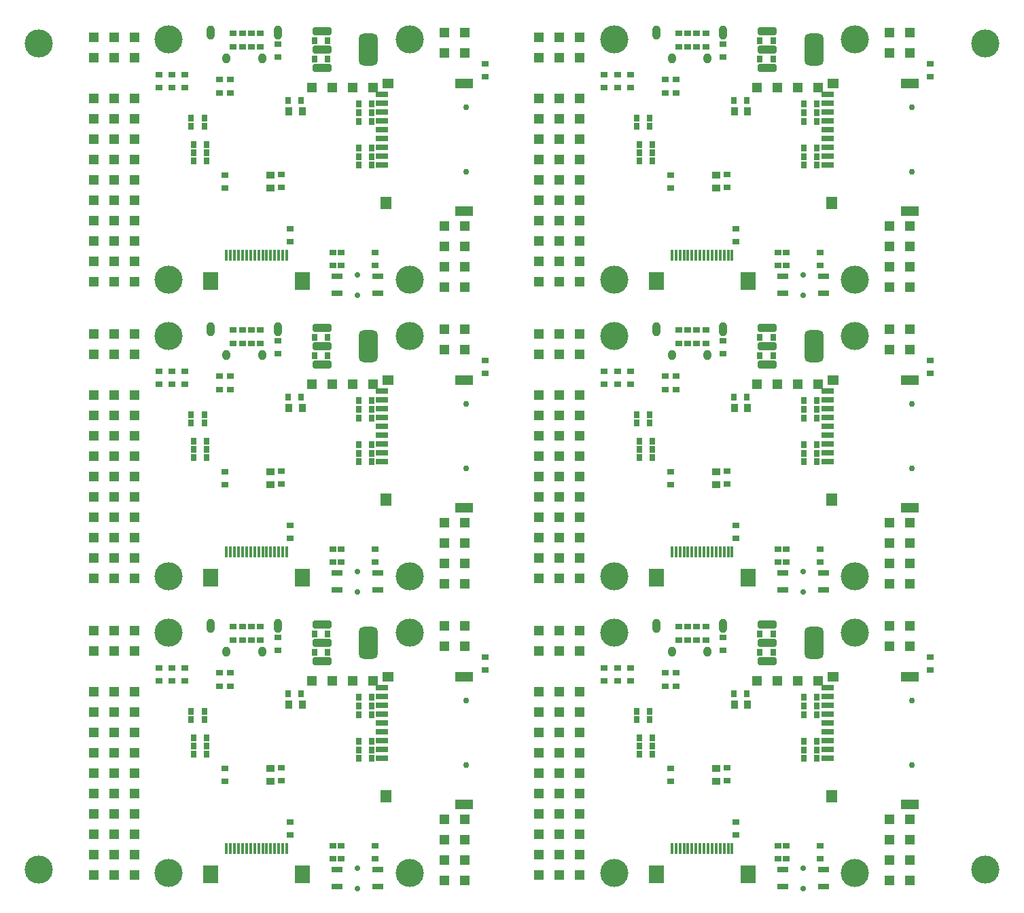
<source format=gbs>
%FSLAX25Y25*%
%MOIN*%
G70*
G01*
G75*
G04 Layer_Color=16711935*
%ADD10C,0.04000*%
%ADD11C,0.04000*%
%ADD12R,0.04000X0.02800*%
%ADD13R,0.05400X0.04000*%
%ADD14C,0.02800*%
%ADD15O,0.01181X0.06496*%
%ADD16O,0.06496X0.01181*%
%ADD17R,0.09000X0.07000*%
%ADD18R,0.10000X0.03600*%
%ADD19R,0.05200X0.06000*%
%ADD20R,0.06000X0.09600*%
%ADD21R,0.03400X0.02800*%
%ADD22R,0.07000X0.04000*%
%ADD23R,0.01575X0.06400*%
%ADD24R,0.05512X0.03150*%
%ADD25C,0.01000*%
%ADD26C,0.02400*%
%ADD27C,0.02000*%
%ADD28C,0.01400*%
%ADD29C,0.01200*%
%ADD30C,0.01600*%
%ADD31C,0.00600*%
%ADD32C,0.13780*%
%ADD33R,0.05000X0.05000*%
%ADD34R,0.05000X0.05000*%
%ADD35C,0.03000*%
%ADD36O,0.04000X0.05000*%
%ADD37O,0.04000X0.07000*%
%ADD38C,0.02756*%
%ADD39C,0.02400*%
G04:AMPARAMS|DCode=40|XSize=157.48mil|YSize=94.49mil|CornerRadius=23.62mil|HoleSize=0mil|Usage=FLASHONLY|Rotation=270.000|XOffset=0mil|YOffset=0mil|HoleType=Round|Shape=RoundedRectangle|*
%AMROUNDEDRECTD40*
21,1,0.15748,0.04724,0,0,270.0*
21,1,0.11024,0.09449,0,0,270.0*
1,1,0.04724,-0.02362,-0.05512*
1,1,0.04724,-0.02362,0.05512*
1,1,0.04724,0.02362,0.05512*
1,1,0.04724,0.02362,-0.05512*
%
%ADD40ROUNDEDRECTD40*%
G04:AMPARAMS|DCode=41|XSize=37.4mil|YSize=94.49mil|CornerRadius=9.35mil|HoleSize=0mil|Usage=FLASHONLY|Rotation=270.000|XOffset=0mil|YOffset=0mil|HoleType=Round|Shape=RoundedRectangle|*
%AMROUNDEDRECTD41*
21,1,0.03740,0.07579,0,0,270.0*
21,1,0.01870,0.09449,0,0,270.0*
1,1,0.01870,-0.03789,-0.00935*
1,1,0.01870,-0.03789,0.00935*
1,1,0.01870,0.03789,0.00935*
1,1,0.01870,0.03789,-0.00935*
%
%ADD41ROUNDEDRECTD41*%
%ADD42R,0.01000X0.05000*%
%ADD43R,0.07200X0.08600*%
%ADD44R,0.02800X0.03400*%
%ADD45R,0.04400X0.03600*%
%ADD46R,0.03600X0.04400*%
%ADD47R,0.05600X0.04800*%
%ADD48R,0.06200X0.02800*%
%ADD49R,0.08600X0.04800*%
%ADD50R,0.05600X0.06200*%
%ADD51C,0.03000*%
%ADD52C,0.01900*%
%ADD53C,0.03800*%
%ADD54C,0.04500*%
%ADD55C,0.00022*%
%ADD56C,0.00787*%
%ADD57C,0.00800*%
%ADD58C,0.00500*%
%ADD59R,0.08500X0.02200*%
%ADD60R,0.03400X0.00600*%
%ADD61C,0.05000*%
%ADD62R,0.04200X0.03000*%
%ADD63R,0.05600X0.04200*%
%ADD64R,0.10200X0.03800*%
%ADD65R,0.05400X0.06200*%
%ADD66R,0.01200X0.05200*%
%ADD67R,0.07400X0.08800*%
D21*
X131111Y121166D02*
D03*
Y127566D02*
D03*
X133011Y63766D02*
D03*
Y57366D02*
D03*
X105411Y63266D02*
D03*
Y56866D02*
D03*
X162211Y19066D02*
D03*
Y25466D02*
D03*
X102611Y103766D02*
D03*
Y110166D02*
D03*
X232811Y117966D02*
D03*
Y111566D02*
D03*
X108011Y103766D02*
D03*
Y110166D02*
D03*
X137311Y30566D02*
D03*
Y36966D02*
D03*
X178911Y19066D02*
D03*
Y25466D02*
D03*
X72911Y112566D02*
D03*
Y106166D02*
D03*
X79311Y112566D02*
D03*
Y106166D02*
D03*
X85711Y112566D02*
D03*
Y106166D02*
D03*
X109411Y126466D02*
D03*
Y132866D02*
D03*
X118211D02*
D03*
Y126466D02*
D03*
X113811Y132866D02*
D03*
Y126466D02*
D03*
X122611Y132866D02*
D03*
Y126466D02*
D03*
X158211Y19066D02*
D03*
Y25466D02*
D03*
X349615Y121166D02*
D03*
Y127566D02*
D03*
X351515Y63766D02*
D03*
Y57366D02*
D03*
X323915Y63266D02*
D03*
Y56866D02*
D03*
X380715Y19066D02*
D03*
Y25466D02*
D03*
X321115Y103766D02*
D03*
Y110166D02*
D03*
X451315Y117966D02*
D03*
Y111566D02*
D03*
X326515Y103766D02*
D03*
Y110166D02*
D03*
X355815Y30566D02*
D03*
Y36966D02*
D03*
X397415Y19066D02*
D03*
Y25466D02*
D03*
X291415Y112566D02*
D03*
Y106166D02*
D03*
X297815Y112566D02*
D03*
Y106166D02*
D03*
X304215Y112566D02*
D03*
Y106166D02*
D03*
X327915Y126466D02*
D03*
Y132866D02*
D03*
X336715D02*
D03*
Y126466D02*
D03*
X332315Y132866D02*
D03*
Y126466D02*
D03*
X341115Y132866D02*
D03*
Y126466D02*
D03*
X376715Y19066D02*
D03*
Y25466D02*
D03*
X131111Y266835D02*
D03*
Y273236D02*
D03*
X133011Y209436D02*
D03*
Y203035D02*
D03*
X105411Y208935D02*
D03*
Y202536D02*
D03*
X162211Y164735D02*
D03*
Y171135D02*
D03*
X102611Y249435D02*
D03*
Y255836D02*
D03*
X232811Y263635D02*
D03*
Y257236D02*
D03*
X108011Y249435D02*
D03*
Y255836D02*
D03*
X137311Y176235D02*
D03*
Y182635D02*
D03*
X178911Y164735D02*
D03*
Y171135D02*
D03*
X72911Y258236D02*
D03*
Y251835D02*
D03*
X79311Y258236D02*
D03*
Y251835D02*
D03*
X85711Y258236D02*
D03*
Y251835D02*
D03*
X109411Y272135D02*
D03*
Y278536D02*
D03*
X118211D02*
D03*
Y272135D02*
D03*
X113811Y278536D02*
D03*
Y272135D02*
D03*
X122611Y278536D02*
D03*
Y272135D02*
D03*
X158211Y164735D02*
D03*
Y171135D02*
D03*
X349615Y266835D02*
D03*
Y273236D02*
D03*
X351515Y209436D02*
D03*
Y203035D02*
D03*
X323915Y208935D02*
D03*
Y202536D02*
D03*
X380715Y164735D02*
D03*
Y171135D02*
D03*
X321115Y249435D02*
D03*
Y255836D02*
D03*
X451315Y263635D02*
D03*
Y257236D02*
D03*
X326515Y249435D02*
D03*
Y255836D02*
D03*
X355815Y176235D02*
D03*
Y182635D02*
D03*
X397415Y164735D02*
D03*
Y171135D02*
D03*
X291415Y258236D02*
D03*
Y251835D02*
D03*
X297815Y258236D02*
D03*
Y251835D02*
D03*
X304215Y258236D02*
D03*
Y251835D02*
D03*
X327915Y272135D02*
D03*
Y278536D02*
D03*
X336715D02*
D03*
Y272135D02*
D03*
X332315Y278536D02*
D03*
Y272135D02*
D03*
X341115Y278536D02*
D03*
Y272135D02*
D03*
X376715Y164735D02*
D03*
Y171135D02*
D03*
X131111Y412505D02*
D03*
Y418905D02*
D03*
X133011Y355105D02*
D03*
Y348705D02*
D03*
X105411Y354605D02*
D03*
Y348205D02*
D03*
X162211Y310405D02*
D03*
Y316805D02*
D03*
X102611Y395105D02*
D03*
Y401505D02*
D03*
X232811Y409305D02*
D03*
Y402905D02*
D03*
X108011Y395105D02*
D03*
Y401505D02*
D03*
X137311Y321905D02*
D03*
Y328305D02*
D03*
X178911Y310405D02*
D03*
Y316805D02*
D03*
X72911Y403905D02*
D03*
Y397505D02*
D03*
X79311Y403905D02*
D03*
Y397505D02*
D03*
X85711Y403905D02*
D03*
Y397505D02*
D03*
X109411Y417805D02*
D03*
Y424205D02*
D03*
X118211D02*
D03*
Y417805D02*
D03*
X113811Y424205D02*
D03*
Y417805D02*
D03*
X122611Y424205D02*
D03*
Y417805D02*
D03*
X158211Y310405D02*
D03*
Y316805D02*
D03*
X349615Y412505D02*
D03*
Y418905D02*
D03*
X351515Y355105D02*
D03*
Y348705D02*
D03*
X323915Y354605D02*
D03*
Y348205D02*
D03*
X380715Y310405D02*
D03*
Y316805D02*
D03*
X321115Y395105D02*
D03*
Y401505D02*
D03*
X451315Y409305D02*
D03*
Y402905D02*
D03*
X326515Y395105D02*
D03*
Y401505D02*
D03*
X355815Y321905D02*
D03*
Y328305D02*
D03*
X397415Y310405D02*
D03*
Y316805D02*
D03*
X291415Y403905D02*
D03*
Y397505D02*
D03*
X297815Y403905D02*
D03*
Y397505D02*
D03*
X304215Y403905D02*
D03*
Y397505D02*
D03*
X327915Y417805D02*
D03*
Y424205D02*
D03*
X336715D02*
D03*
Y417805D02*
D03*
X332315Y424205D02*
D03*
Y417805D02*
D03*
X341115Y424205D02*
D03*
Y417805D02*
D03*
X376715Y310405D02*
D03*
Y316805D02*
D03*
D24*
X180311Y5157D02*
D03*
X160311D02*
D03*
X180311Y13576D02*
D03*
X160311D02*
D03*
X398815Y5157D02*
D03*
X378815D02*
D03*
X398815Y13576D02*
D03*
X378815D02*
D03*
X180311Y150826D02*
D03*
X160311D02*
D03*
X180311Y159245D02*
D03*
X160311D02*
D03*
X398815Y150826D02*
D03*
X378815D02*
D03*
X398815Y159245D02*
D03*
X378815D02*
D03*
X180311Y296495D02*
D03*
X160311D02*
D03*
X180311Y304914D02*
D03*
X160311D02*
D03*
X398815Y296495D02*
D03*
X378815D02*
D03*
X398815Y304914D02*
D03*
X378815D02*
D03*
D32*
X13780Y419291D02*
D03*
Y13780D02*
D03*
X478347Y13780D02*
D03*
X478346Y419291D02*
D03*
X195866Y129921D02*
D03*
Y11811D02*
D03*
X77756D02*
D03*
Y129921D02*
D03*
X414370D02*
D03*
Y11811D02*
D03*
X296260D02*
D03*
Y129921D02*
D03*
X195866Y275591D02*
D03*
Y157480D02*
D03*
X77756D02*
D03*
Y275591D02*
D03*
X414370D02*
D03*
Y157480D02*
D03*
X296260D02*
D03*
Y275591D02*
D03*
X195866Y421260D02*
D03*
Y303150D02*
D03*
X77756D02*
D03*
Y421260D02*
D03*
X414370D02*
D03*
Y303150D02*
D03*
X296260D02*
D03*
Y421260D02*
D03*
D33*
X212811Y8366D02*
D03*
X222811D02*
D03*
X212811Y28366D02*
D03*
X222811Y38366D02*
D03*
X212811D02*
D03*
X222811Y28366D02*
D03*
Y18366D02*
D03*
X212811D02*
D03*
X222811Y123366D02*
D03*
X212811Y133366D02*
D03*
X222811D02*
D03*
X212811Y123366D02*
D03*
X431315Y8366D02*
D03*
X441315D02*
D03*
X431315Y28366D02*
D03*
X441315Y38366D02*
D03*
X431315D02*
D03*
X441315Y28366D02*
D03*
Y18366D02*
D03*
X431315D02*
D03*
X441315Y123366D02*
D03*
X431315Y133366D02*
D03*
X441315D02*
D03*
X431315Y123366D02*
D03*
X212811Y154035D02*
D03*
X222811D02*
D03*
X212811Y174036D02*
D03*
X222811Y184036D02*
D03*
X212811D02*
D03*
X222811Y174036D02*
D03*
Y164035D02*
D03*
X212811D02*
D03*
X222811Y269036D02*
D03*
X212811Y279035D02*
D03*
X222811D02*
D03*
X212811Y269036D02*
D03*
X431315Y154035D02*
D03*
X441315D02*
D03*
X431315Y174036D02*
D03*
X441315Y184036D02*
D03*
X431315D02*
D03*
X441315Y174036D02*
D03*
Y164035D02*
D03*
X431315D02*
D03*
X441315Y269036D02*
D03*
X431315Y279035D02*
D03*
X441315D02*
D03*
X431315Y269036D02*
D03*
X212811Y299705D02*
D03*
X222811D02*
D03*
X212811Y319705D02*
D03*
X222811Y329705D02*
D03*
X212811D02*
D03*
X222811Y319705D02*
D03*
Y309705D02*
D03*
X212811D02*
D03*
X222811Y414705D02*
D03*
X212811Y424705D02*
D03*
X222811D02*
D03*
X212811Y414705D02*
D03*
X431315Y299705D02*
D03*
X441315D02*
D03*
X431315Y319705D02*
D03*
X441315Y329705D02*
D03*
X431315D02*
D03*
X441315Y319705D02*
D03*
Y309705D02*
D03*
X431315D02*
D03*
X441315Y414705D02*
D03*
X431315Y424705D02*
D03*
X441315D02*
D03*
X431315Y414705D02*
D03*
D34*
X50811Y100866D02*
D03*
X60811Y90866D02*
D03*
Y100866D02*
D03*
X50811Y90866D02*
D03*
X40811D02*
D03*
X40811Y100866D02*
D03*
Y80866D02*
D03*
X40811Y70866D02*
D03*
X50811D02*
D03*
X60811Y80866D02*
D03*
Y70866D02*
D03*
X50811Y80866D02*
D03*
X40811Y50866D02*
D03*
X40811Y40866D02*
D03*
X50811D02*
D03*
X60811Y50866D02*
D03*
Y40866D02*
D03*
X50811Y50866D02*
D03*
Y60866D02*
D03*
X60811D02*
D03*
X40811D02*
D03*
Y20866D02*
D03*
X40811Y10866D02*
D03*
X50811D02*
D03*
X60811Y20866D02*
D03*
Y10866D02*
D03*
X50811Y20866D02*
D03*
Y30866D02*
D03*
X60811D02*
D03*
X40811D02*
D03*
Y130866D02*
D03*
X40811Y120866D02*
D03*
X50811D02*
D03*
X60811Y130866D02*
D03*
Y120866D02*
D03*
X50811Y130866D02*
D03*
X167811Y106366D02*
D03*
X157811D02*
D03*
X147811D02*
D03*
X177811D02*
D03*
X269315Y100866D02*
D03*
X279315Y90866D02*
D03*
Y100866D02*
D03*
X269315Y90866D02*
D03*
X259315D02*
D03*
X259315Y100866D02*
D03*
Y80866D02*
D03*
X259315Y70866D02*
D03*
X269315D02*
D03*
X279315Y80866D02*
D03*
Y70866D02*
D03*
X269315Y80866D02*
D03*
X259315Y50866D02*
D03*
X259315Y40866D02*
D03*
X269315D02*
D03*
X279315Y50866D02*
D03*
Y40866D02*
D03*
X269315Y50866D02*
D03*
Y60866D02*
D03*
X279315D02*
D03*
X259315D02*
D03*
Y20866D02*
D03*
X259315Y10866D02*
D03*
X269315D02*
D03*
X279315Y20866D02*
D03*
Y10866D02*
D03*
X269315Y20866D02*
D03*
Y30866D02*
D03*
X279315D02*
D03*
X259315D02*
D03*
Y130866D02*
D03*
X259315Y120866D02*
D03*
X269315D02*
D03*
X279315Y130866D02*
D03*
Y120866D02*
D03*
X269315Y130866D02*
D03*
X386315Y106366D02*
D03*
X376315D02*
D03*
X366315D02*
D03*
X396315D02*
D03*
X50811Y246535D02*
D03*
X60811Y236536D02*
D03*
Y246535D02*
D03*
X50811Y236536D02*
D03*
X40811D02*
D03*
X40811Y246535D02*
D03*
Y226536D02*
D03*
X40811Y216535D02*
D03*
X50811D02*
D03*
X60811Y226536D02*
D03*
Y216535D02*
D03*
X50811Y226536D02*
D03*
X40811Y196536D02*
D03*
X40811Y186536D02*
D03*
X50811D02*
D03*
X60811Y196536D02*
D03*
Y186536D02*
D03*
X50811Y196536D02*
D03*
Y206536D02*
D03*
X60811D02*
D03*
X40811D02*
D03*
Y166535D02*
D03*
X40811Y156535D02*
D03*
X50811D02*
D03*
X60811Y166535D02*
D03*
Y156535D02*
D03*
X50811Y166535D02*
D03*
Y176535D02*
D03*
X60811D02*
D03*
X40811D02*
D03*
Y276536D02*
D03*
X40811Y266535D02*
D03*
X50811D02*
D03*
X60811Y276536D02*
D03*
Y266535D02*
D03*
X50811Y276536D02*
D03*
X167811Y252035D02*
D03*
X157811D02*
D03*
X147811D02*
D03*
X177811D02*
D03*
X269315Y246535D02*
D03*
X279315Y236536D02*
D03*
Y246535D02*
D03*
X269315Y236536D02*
D03*
X259315D02*
D03*
X259315Y246535D02*
D03*
Y226536D02*
D03*
X259315Y216535D02*
D03*
X269315D02*
D03*
X279315Y226536D02*
D03*
Y216535D02*
D03*
X269315Y226536D02*
D03*
X259315Y196536D02*
D03*
X259315Y186536D02*
D03*
X269315D02*
D03*
X279315Y196536D02*
D03*
Y186536D02*
D03*
X269315Y196536D02*
D03*
Y206536D02*
D03*
X279315D02*
D03*
X259315D02*
D03*
Y166535D02*
D03*
X259315Y156535D02*
D03*
X269315D02*
D03*
X279315Y166535D02*
D03*
Y156535D02*
D03*
X269315Y166535D02*
D03*
Y176535D02*
D03*
X279315D02*
D03*
X259315D02*
D03*
Y276536D02*
D03*
X259315Y266535D02*
D03*
X269315D02*
D03*
X279315Y276536D02*
D03*
Y266535D02*
D03*
X269315Y276536D02*
D03*
X386315Y252035D02*
D03*
X376315D02*
D03*
X366315D02*
D03*
X396315D02*
D03*
X50811Y392205D02*
D03*
X60811Y382205D02*
D03*
Y392205D02*
D03*
X50811Y382205D02*
D03*
X40811D02*
D03*
X40811Y392205D02*
D03*
Y372205D02*
D03*
X40811Y362205D02*
D03*
X50811D02*
D03*
X60811Y372205D02*
D03*
Y362205D02*
D03*
X50811Y372205D02*
D03*
X40811Y342205D02*
D03*
X40811Y332205D02*
D03*
X50811D02*
D03*
X60811Y342205D02*
D03*
Y332205D02*
D03*
X50811Y342205D02*
D03*
Y352205D02*
D03*
X60811D02*
D03*
X40811D02*
D03*
Y312205D02*
D03*
X40811Y302205D02*
D03*
X50811D02*
D03*
X60811Y312205D02*
D03*
Y302205D02*
D03*
X50811Y312205D02*
D03*
Y322205D02*
D03*
X60811D02*
D03*
X40811D02*
D03*
Y422205D02*
D03*
X40811Y412205D02*
D03*
X50811D02*
D03*
X60811Y422205D02*
D03*
Y412205D02*
D03*
X50811Y422205D02*
D03*
X167811Y397705D02*
D03*
X157811D02*
D03*
X147811D02*
D03*
X177811D02*
D03*
X269315Y392205D02*
D03*
X279315Y382205D02*
D03*
Y392205D02*
D03*
X269315Y382205D02*
D03*
X259315D02*
D03*
X259315Y392205D02*
D03*
Y372205D02*
D03*
X259315Y362205D02*
D03*
X269315D02*
D03*
X279315Y372205D02*
D03*
Y362205D02*
D03*
X269315Y372205D02*
D03*
X259315Y342205D02*
D03*
X259315Y332205D02*
D03*
X269315D02*
D03*
X279315Y342205D02*
D03*
Y332205D02*
D03*
X269315Y342205D02*
D03*
Y352205D02*
D03*
X279315D02*
D03*
X259315D02*
D03*
Y312205D02*
D03*
X259315Y302205D02*
D03*
X269315D02*
D03*
X279315Y312205D02*
D03*
Y302205D02*
D03*
X269315Y312205D02*
D03*
Y322205D02*
D03*
X279315D02*
D03*
X259315D02*
D03*
Y422205D02*
D03*
X259315Y412205D02*
D03*
X269315D02*
D03*
X279315Y422205D02*
D03*
Y412205D02*
D03*
X269315Y422205D02*
D03*
X386315Y397705D02*
D03*
X376315D02*
D03*
X366315D02*
D03*
X396315D02*
D03*
D35*
X223750Y96513D02*
D03*
Y65017D02*
D03*
X442254Y96513D02*
D03*
Y65017D02*
D03*
X223750Y242182D02*
D03*
Y210686D02*
D03*
X442254Y242182D02*
D03*
Y210686D02*
D03*
X223750Y387851D02*
D03*
Y356355D02*
D03*
X442254Y387851D02*
D03*
Y356355D02*
D03*
D36*
X123471Y120666D02*
D03*
X105951D02*
D03*
X341975D02*
D03*
X324455D02*
D03*
X123471Y266336D02*
D03*
X105951D02*
D03*
X341975D02*
D03*
X324455D02*
D03*
X123471Y412005D02*
D03*
X105951D02*
D03*
X341975D02*
D03*
X324455D02*
D03*
D37*
X131148Y133466D02*
D03*
X98274D02*
D03*
X349652D02*
D03*
X316778D02*
D03*
X131148Y279135D02*
D03*
X98274D02*
D03*
X349652D02*
D03*
X316778D02*
D03*
X131148Y424805D02*
D03*
X98274D02*
D03*
X349652D02*
D03*
X316778D02*
D03*
D38*
X170311Y4366D02*
D03*
X170312Y14366D02*
D03*
X170311Y4366D02*
D03*
X170310Y14366D02*
D03*
X388815Y4366D02*
D03*
X388816Y14366D02*
D03*
X388815Y4366D02*
D03*
X388814Y14366D02*
D03*
X170311Y150036D02*
D03*
X170312Y160036D02*
D03*
X170311Y150036D02*
D03*
X170310Y160036D02*
D03*
X388815Y150036D02*
D03*
X388816Y160036D02*
D03*
X388815Y150036D02*
D03*
X388814Y160036D02*
D03*
X170311Y295705D02*
D03*
X170312Y305705D02*
D03*
X170311Y295705D02*
D03*
X170310Y305705D02*
D03*
X388815Y295705D02*
D03*
X388816Y305705D02*
D03*
X388815Y295705D02*
D03*
X388814Y305705D02*
D03*
D40*
X175628Y124866D02*
D03*
X394132D02*
D03*
X175628Y270535D02*
D03*
X394132D02*
D03*
X175628Y416205D02*
D03*
X394132D02*
D03*
D41*
X152794Y133882D02*
D03*
X152794Y124866D02*
D03*
X152794Y115850D02*
D03*
X371298Y133882D02*
D03*
X371298Y124866D02*
D03*
X371298Y115850D02*
D03*
X152794Y279551D02*
D03*
X152794Y270535D02*
D03*
X152794Y261520D02*
D03*
X371298Y279551D02*
D03*
X371298Y270535D02*
D03*
X371298Y261520D02*
D03*
X152794Y425220D02*
D03*
X152794Y416205D02*
D03*
X152794Y407189D02*
D03*
X371298Y425220D02*
D03*
X371298Y416205D02*
D03*
X371298Y407189D02*
D03*
D44*
X155611Y129366D02*
D03*
X149211D02*
D03*
X155611Y120366D02*
D03*
X149211D02*
D03*
X90011Y74266D02*
D03*
X96411D02*
D03*
X90011Y78266D02*
D03*
X96411D02*
D03*
X95111Y91466D02*
D03*
X88711D02*
D03*
X95111Y87466D02*
D03*
X88711D02*
D03*
X136311Y100066D02*
D03*
X142711D02*
D03*
X177211Y89766D02*
D03*
X170811D02*
D03*
X90011Y70266D02*
D03*
X96411D02*
D03*
X170811Y68166D02*
D03*
X177211D02*
D03*
X170811Y72466D02*
D03*
X177211D02*
D03*
X170811Y76766D02*
D03*
X177211D02*
D03*
X170811Y94066D02*
D03*
X177211D02*
D03*
X170811Y98466D02*
D03*
X177211D02*
D03*
X374115Y129366D02*
D03*
X367715D02*
D03*
X374115Y120366D02*
D03*
X367715D02*
D03*
X308515Y74266D02*
D03*
X314915D02*
D03*
X308515Y78266D02*
D03*
X314915D02*
D03*
X313615Y91466D02*
D03*
X307215D02*
D03*
X313615Y87466D02*
D03*
X307215D02*
D03*
X354815Y100066D02*
D03*
X361215D02*
D03*
X395715Y89766D02*
D03*
X389315D02*
D03*
X308515Y70266D02*
D03*
X314915D02*
D03*
X389315Y68166D02*
D03*
X395715D02*
D03*
X389315Y72466D02*
D03*
X395715D02*
D03*
X389315Y76766D02*
D03*
X395715D02*
D03*
X389315Y94066D02*
D03*
X395715D02*
D03*
X389315Y98466D02*
D03*
X395715D02*
D03*
X155611Y275036D02*
D03*
X149211D02*
D03*
X155611Y266036D02*
D03*
X149211D02*
D03*
X90011Y219935D02*
D03*
X96411D02*
D03*
X90011Y223936D02*
D03*
X96411D02*
D03*
X95111Y237136D02*
D03*
X88711D02*
D03*
X95111Y233136D02*
D03*
X88711D02*
D03*
X136311Y245736D02*
D03*
X142711D02*
D03*
X177211Y235436D02*
D03*
X170811D02*
D03*
X90011Y215935D02*
D03*
X96411D02*
D03*
X170811Y213836D02*
D03*
X177211D02*
D03*
X170811Y218135D02*
D03*
X177211D02*
D03*
X170811Y222435D02*
D03*
X177211D02*
D03*
X170811Y239736D02*
D03*
X177211D02*
D03*
X170811Y244135D02*
D03*
X177211D02*
D03*
X374115Y275036D02*
D03*
X367715D02*
D03*
X374115Y266036D02*
D03*
X367715D02*
D03*
X308515Y219935D02*
D03*
X314915D02*
D03*
X308515Y223936D02*
D03*
X314915D02*
D03*
X313615Y237136D02*
D03*
X307215D02*
D03*
X313615Y233136D02*
D03*
X307215D02*
D03*
X354815Y245736D02*
D03*
X361215D02*
D03*
X395715Y235436D02*
D03*
X389315D02*
D03*
X308515Y215935D02*
D03*
X314915D02*
D03*
X389315Y213836D02*
D03*
X395715D02*
D03*
X389315Y218135D02*
D03*
X395715D02*
D03*
X389315Y222435D02*
D03*
X395715D02*
D03*
X389315Y239736D02*
D03*
X395715D02*
D03*
X389315Y244135D02*
D03*
X395715D02*
D03*
X155611Y420705D02*
D03*
X149211D02*
D03*
X155611Y411705D02*
D03*
X149211D02*
D03*
X90011Y365605D02*
D03*
X96411D02*
D03*
X90011Y369605D02*
D03*
X96411D02*
D03*
X95111Y382805D02*
D03*
X88711D02*
D03*
X95111Y378805D02*
D03*
X88711D02*
D03*
X136311Y391405D02*
D03*
X142711D02*
D03*
X177211Y381105D02*
D03*
X170811D02*
D03*
X90011Y361605D02*
D03*
X96411D02*
D03*
X170811Y359505D02*
D03*
X177211D02*
D03*
X170811Y363805D02*
D03*
X177211D02*
D03*
X170811Y368105D02*
D03*
X177211D02*
D03*
X170811Y385405D02*
D03*
X177211D02*
D03*
X170811Y389805D02*
D03*
X177211D02*
D03*
X374115Y420705D02*
D03*
X367715D02*
D03*
X374115Y411705D02*
D03*
X367715D02*
D03*
X308515Y365605D02*
D03*
X314915D02*
D03*
X308515Y369605D02*
D03*
X314915D02*
D03*
X313615Y382805D02*
D03*
X307215D02*
D03*
X313615Y378805D02*
D03*
X307215D02*
D03*
X354815Y391405D02*
D03*
X361215D02*
D03*
X395715Y381105D02*
D03*
X389315D02*
D03*
X308515Y361605D02*
D03*
X314915D02*
D03*
X389315Y359505D02*
D03*
X395715D02*
D03*
X389315Y363805D02*
D03*
X395715D02*
D03*
X389315Y368105D02*
D03*
X395715D02*
D03*
X389315Y385405D02*
D03*
X395715D02*
D03*
X389315Y389805D02*
D03*
X395715D02*
D03*
D45*
X127711Y63466D02*
D03*
Y56866D02*
D03*
X346215Y63466D02*
D03*
Y56866D02*
D03*
X127711Y209136D02*
D03*
Y202536D02*
D03*
X346215Y209136D02*
D03*
Y202536D02*
D03*
X127711Y354805D02*
D03*
Y348205D02*
D03*
X346215Y354805D02*
D03*
Y348205D02*
D03*
D46*
X136611Y94766D02*
D03*
X143211D02*
D03*
X355115D02*
D03*
X361715D02*
D03*
X136611Y240436D02*
D03*
X143211D02*
D03*
X355115D02*
D03*
X361715D02*
D03*
X136611Y386105D02*
D03*
X143211D02*
D03*
X355115D02*
D03*
X361715D02*
D03*
D47*
X185211Y108366D02*
D03*
X403715D02*
D03*
X185211Y254035D02*
D03*
X403715D02*
D03*
X185211Y399705D02*
D03*
X403715D02*
D03*
D48*
X182411Y102812D02*
D03*
Y98481D02*
D03*
Y94151D02*
D03*
Y89820D02*
D03*
Y85489D02*
D03*
Y81158D02*
D03*
Y76828D02*
D03*
Y72497D02*
D03*
Y68166D02*
D03*
X400915Y102812D02*
D03*
Y98481D02*
D03*
Y94151D02*
D03*
Y89820D02*
D03*
Y85489D02*
D03*
Y81158D02*
D03*
Y76828D02*
D03*
Y72497D02*
D03*
Y68166D02*
D03*
X182411Y248481D02*
D03*
Y244150D02*
D03*
Y239820D02*
D03*
Y235489D02*
D03*
Y231158D02*
D03*
Y226828D02*
D03*
Y222497D02*
D03*
Y218166D02*
D03*
Y213835D02*
D03*
X400915Y248481D02*
D03*
Y244150D02*
D03*
Y239820D02*
D03*
Y235489D02*
D03*
Y231158D02*
D03*
Y226828D02*
D03*
Y222497D02*
D03*
Y218166D02*
D03*
Y213835D02*
D03*
X182411Y394150D02*
D03*
Y389820D02*
D03*
Y385489D02*
D03*
Y381158D02*
D03*
Y376828D02*
D03*
Y372497D02*
D03*
Y368166D02*
D03*
Y363835D02*
D03*
Y359505D02*
D03*
X400915Y394150D02*
D03*
Y389820D02*
D03*
Y385489D02*
D03*
Y381158D02*
D03*
Y376828D02*
D03*
Y372497D02*
D03*
Y368166D02*
D03*
Y363835D02*
D03*
Y359505D02*
D03*
D49*
X222611Y108166D02*
D03*
Y45566D02*
D03*
X441115Y108166D02*
D03*
Y45566D02*
D03*
X222611Y253836D02*
D03*
Y191235D02*
D03*
X441115Y253836D02*
D03*
Y191235D02*
D03*
X222611Y399505D02*
D03*
Y336905D02*
D03*
X441115Y399505D02*
D03*
Y336905D02*
D03*
D50*
X184411Y49566D02*
D03*
X402915D02*
D03*
X184411Y195236D02*
D03*
X402915D02*
D03*
X184411Y340905D02*
D03*
X402915D02*
D03*
D66*
X135575Y23866D02*
D03*
X133606D02*
D03*
X131638D02*
D03*
X129669D02*
D03*
X127701D02*
D03*
X125732D02*
D03*
X123764D02*
D03*
X121795D02*
D03*
X119827D02*
D03*
X117858D02*
D03*
X115890D02*
D03*
X113921D02*
D03*
X111953D02*
D03*
X109984D02*
D03*
X108016D02*
D03*
X106047D02*
D03*
X354079D02*
D03*
X352110D02*
D03*
X350142D02*
D03*
X348173D02*
D03*
X346205D02*
D03*
X344236D02*
D03*
X342268D02*
D03*
X340299D02*
D03*
X338331D02*
D03*
X336362D02*
D03*
X334394D02*
D03*
X332425D02*
D03*
X330457D02*
D03*
X328488D02*
D03*
X326520D02*
D03*
X324551D02*
D03*
X135575Y169536D02*
D03*
X133606D02*
D03*
X131638D02*
D03*
X129669D02*
D03*
X127701D02*
D03*
X125732D02*
D03*
X123764D02*
D03*
X121795D02*
D03*
X119827D02*
D03*
X117858D02*
D03*
X115890D02*
D03*
X113921D02*
D03*
X111953D02*
D03*
X109984D02*
D03*
X108016D02*
D03*
X106047D02*
D03*
X354079D02*
D03*
X352110D02*
D03*
X350142D02*
D03*
X348173D02*
D03*
X346205D02*
D03*
X344236D02*
D03*
X342268D02*
D03*
X340299D02*
D03*
X338331D02*
D03*
X336362D02*
D03*
X334394D02*
D03*
X332425D02*
D03*
X330457D02*
D03*
X328488D02*
D03*
X326520D02*
D03*
X324551D02*
D03*
X135575Y315205D02*
D03*
X133606D02*
D03*
X131638D02*
D03*
X129669D02*
D03*
X127701D02*
D03*
X125732D02*
D03*
X123764D02*
D03*
X121795D02*
D03*
X119827D02*
D03*
X117858D02*
D03*
X115890D02*
D03*
X113921D02*
D03*
X111953D02*
D03*
X109984D02*
D03*
X108016D02*
D03*
X106047D02*
D03*
X354079D02*
D03*
X352110D02*
D03*
X350142D02*
D03*
X348173D02*
D03*
X346205D02*
D03*
X344236D02*
D03*
X342268D02*
D03*
X340299D02*
D03*
X338331D02*
D03*
X336362D02*
D03*
X334394D02*
D03*
X332425D02*
D03*
X330457D02*
D03*
X328488D02*
D03*
X326520D02*
D03*
X324551D02*
D03*
D67*
X98311Y11466D02*
D03*
X143311D02*
D03*
X316815D02*
D03*
X361815D02*
D03*
X98311Y157135D02*
D03*
X143311D02*
D03*
X316815D02*
D03*
X361815D02*
D03*
X98311Y302805D02*
D03*
X143311D02*
D03*
X316815D02*
D03*
X361815D02*
D03*
M02*

</source>
